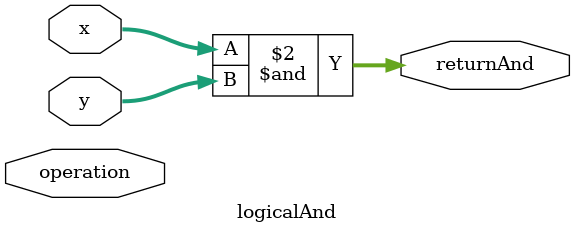
<source format=v>
/*
Gabriel Altman
ECEN 2350 Digital Logic
March, 2018
*/

module logicalAnd (x, y, operation, returnAnd);
	input [3:0]x;
	input [3:0]y;
	input [1:0]operation;
	
	output reg[3:0]returnAnd;
	
	wire [3:0]andResult;
	
	always @(*)
		begin
		returnAnd = x&y;
		end
		
endmodule
	
</source>
